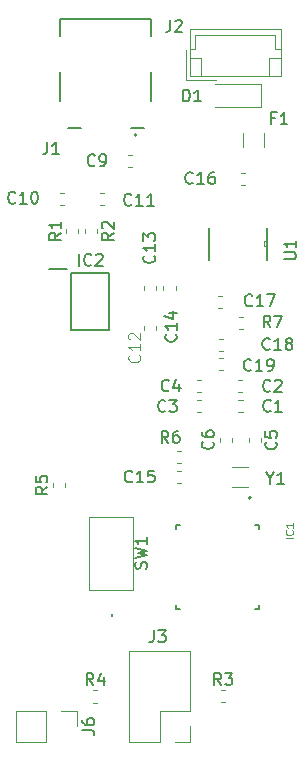
<source format=gbr>
G04 #@! TF.GenerationSoftware,KiCad,Pcbnew,(5.1.4)-1*
G04 #@! TF.CreationDate,2020-03-23T23:33:49-05:00*
G04 #@! TF.ProjectId,ExOneMicrorocessor,45784f6e-654d-4696-9372-6f726f636573,rev?*
G04 #@! TF.SameCoordinates,Original*
G04 #@! TF.FileFunction,Legend,Top*
G04 #@! TF.FilePolarity,Positive*
%FSLAX46Y46*%
G04 Gerber Fmt 4.6, Leading zero omitted, Abs format (unit mm)*
G04 Created by KiCad (PCBNEW (5.1.4)-1) date 2020-03-23 23:33:49*
%MOMM*%
%LPD*%
G04 APERTURE LIST*
%ADD10C,0.120000*%
%ADD11C,0.200000*%
%ADD12C,0.100000*%
%ADD13C,0.160000*%
%ADD14C,0.127000*%
%ADD15C,0.152400*%
%ADD16C,0.150000*%
%ADD17C,0.015000*%
G04 APERTURE END LIST*
D10*
X148065800Y-123612600D02*
X148065800Y-124942600D01*
X146735800Y-123612600D02*
X148065800Y-123612600D01*
X145465800Y-123612600D02*
X145465800Y-126272600D01*
X145465800Y-126272600D02*
X142865800Y-126272600D01*
X145465800Y-123612600D02*
X142865800Y-123612600D01*
X142865800Y-123612600D02*
X142865800Y-126272600D01*
D11*
X151026800Y-115512200D02*
G75*
G02X151026800Y-115612200I0J-50000D01*
G01*
X151026800Y-115612200D02*
G75*
G02X151026800Y-115512200I0J50000D01*
G01*
X151026800Y-115512200D02*
G75*
G02X151026800Y-115612200I0J-50000D01*
G01*
X151026800Y-115612200D02*
X151026800Y-115612200D01*
X151026800Y-115512200D02*
X151026800Y-115512200D01*
X151026800Y-115612200D02*
X151026800Y-115612200D01*
D12*
X152776800Y-113362200D02*
X149076800Y-113362200D01*
X152776800Y-107262200D02*
X152776800Y-113362200D01*
X149076800Y-107262200D02*
X152776800Y-107262200D01*
X149076800Y-113362200D02*
X149076800Y-107262200D01*
D13*
X153075200Y-74894900D02*
G75*
G03X153075200Y-74894900I-80000J0D01*
G01*
D14*
X146635200Y-65044900D02*
X146635200Y-66514900D01*
X154355200Y-65044900D02*
X146635200Y-65044900D01*
X154355200Y-66514900D02*
X154355200Y-65044900D01*
X148395200Y-74244900D02*
X147285200Y-74244900D01*
X153705200Y-74244900D02*
X152595200Y-74244900D01*
X146635200Y-69514900D02*
X146635200Y-71994900D01*
X154355200Y-69514900D02*
X154355200Y-71994900D01*
X163503960Y-107905200D02*
X163163960Y-107905200D01*
X156403960Y-107905200D02*
X156743960Y-107905200D01*
X163503960Y-115005200D02*
X163163960Y-115005200D01*
X156403960Y-115005200D02*
X156743960Y-115005200D01*
X163503960Y-107905200D02*
X163503960Y-108245200D01*
X156403960Y-107905200D02*
X156403960Y-108245200D01*
X163503960Y-115005200D02*
X163503960Y-114665200D01*
X156403960Y-115005200D02*
X156403960Y-114665200D01*
D11*
X162803960Y-105595200D02*
G75*
G03X162803960Y-105595200I-100000J0D01*
G01*
D10*
X161214440Y-102960200D02*
X162564440Y-102960200D01*
X161214440Y-104710200D02*
X162564440Y-104710200D01*
D12*
X164185600Y-84404200D02*
G75*
G02X164185600Y-83794600I0J304800D01*
G01*
D15*
X164185600Y-83794600D02*
X164185600Y-82727800D01*
X164185600Y-84404200D02*
X164185600Y-83794600D01*
X164185600Y-85471000D02*
X164185600Y-84404200D01*
X159207200Y-82727800D02*
X159207200Y-85471000D01*
D10*
X161765133Y-91276900D02*
X162107667Y-91276900D01*
X161765133Y-90256900D02*
X162107667Y-90256900D01*
X156484533Y-102643400D02*
X156827067Y-102643400D01*
X156484533Y-101623400D02*
X156827067Y-101623400D01*
X147042600Y-104666867D02*
X147042600Y-104324333D01*
X146022600Y-104666867D02*
X146022600Y-104324333D01*
X149443653Y-122927840D02*
X149786187Y-122927840D01*
X149443653Y-121907840D02*
X149786187Y-121907840D01*
X160266533Y-122922760D02*
X160609067Y-122922760D01*
X160266533Y-121902760D02*
X160609067Y-121902760D01*
X149747700Y-83165767D02*
X149747700Y-82823233D01*
X148727700Y-83165767D02*
X148727700Y-82823233D01*
X148185600Y-83164467D02*
X148185600Y-82821933D01*
X147165600Y-83164467D02*
X147165600Y-82821933D01*
X157654300Y-126285300D02*
X156324300Y-126285300D01*
X157654300Y-124955300D02*
X157654300Y-126285300D01*
X155054300Y-126285300D02*
X152454300Y-126285300D01*
X155054300Y-123685300D02*
X155054300Y-126285300D01*
X157654300Y-123685300D02*
X155054300Y-123685300D01*
X152454300Y-126285300D02*
X152454300Y-118545300D01*
X157654300Y-123685300D02*
X157654300Y-118545300D01*
X157654300Y-118545300D02*
X152454300Y-118545300D01*
X157289700Y-70199400D02*
X159789700Y-70199400D01*
X157289700Y-67699400D02*
X157289700Y-70199400D01*
X164309700Y-68399400D02*
X164309700Y-69899400D01*
X165309700Y-68399400D02*
X164309700Y-68399400D01*
X158589700Y-68399400D02*
X158589700Y-69899400D01*
X157589700Y-68399400D02*
X158589700Y-68399400D01*
X164809700Y-67589400D02*
X165309700Y-67589400D01*
X164809700Y-66379400D02*
X164809700Y-67589400D01*
X158089700Y-66379400D02*
X164809700Y-66379400D01*
X158089700Y-67589400D02*
X158089700Y-66379400D01*
X157589700Y-67589400D02*
X158089700Y-67589400D01*
X165309700Y-65879400D02*
X157589700Y-65879400D01*
X165309700Y-69899400D02*
X165309700Y-65879400D01*
X157589700Y-69899400D02*
X165309700Y-69899400D01*
X157589700Y-65879400D02*
X157589700Y-69899400D01*
D11*
X145699200Y-86186200D02*
X147224200Y-86186200D01*
X147574200Y-91427200D02*
X147574200Y-86525200D01*
X150774200Y-91427200D02*
X147574200Y-91427200D01*
X150774200Y-86525200D02*
X150774200Y-91427200D01*
X147574200Y-86525200D02*
X150774200Y-86525200D01*
D10*
X163914500Y-75898764D02*
X163914500Y-74694636D01*
X162094500Y-75898764D02*
X162094500Y-74694636D01*
X163604500Y-72526400D02*
X159704500Y-72526400D01*
X163604500Y-70526400D02*
X159704500Y-70526400D01*
X163604500Y-72526400D02*
X163604500Y-70526400D01*
X160051933Y-94756700D02*
X160394467Y-94756700D01*
X160051933Y-93736700D02*
X160394467Y-93736700D01*
X160040533Y-93143800D02*
X160383067Y-93143800D01*
X160040533Y-92123800D02*
X160383067Y-92123800D01*
X160013833Y-89498900D02*
X160356367Y-89498900D01*
X160013833Y-88478900D02*
X160356367Y-88478900D01*
X161970933Y-79110300D02*
X162313467Y-79110300D01*
X161970933Y-78090300D02*
X162313467Y-78090300D01*
X156484533Y-104319800D02*
X156827067Y-104319800D01*
X156484533Y-103299800D02*
X156827067Y-103299800D01*
X155382500Y-87623833D02*
X155382500Y-87966367D01*
X156402500Y-87623833D02*
X156402500Y-87966367D01*
X154713400Y-87965067D02*
X154713400Y-87622533D01*
X153693400Y-87965067D02*
X153693400Y-87622533D01*
X153693400Y-91064233D02*
X153693400Y-91406767D01*
X154713400Y-91064233D02*
X154713400Y-91406767D01*
X149992233Y-80824800D02*
X150334767Y-80824800D01*
X149992233Y-79804800D02*
X150334767Y-79804800D01*
X146931167Y-79804800D02*
X146588633Y-79804800D01*
X146931167Y-80824800D02*
X146588633Y-80824800D01*
X152382433Y-77560900D02*
X152724967Y-77560900D01*
X152382433Y-76540900D02*
X152724967Y-76540900D01*
X160129760Y-100563893D02*
X160129760Y-100906427D01*
X161149760Y-100563893D02*
X161149760Y-100906427D01*
X162629120Y-100558813D02*
X162629120Y-100901347D01*
X163649120Y-100558813D02*
X163649120Y-100901347D01*
X158252373Y-96654080D02*
X158594907Y-96654080D01*
X158252373Y-95634080D02*
X158594907Y-95634080D01*
X158247293Y-98366040D02*
X158589827Y-98366040D01*
X158247293Y-97346040D02*
X158589827Y-97346040D01*
X162069627Y-95644240D02*
X161727093Y-95644240D01*
X162069627Y-96664240D02*
X161727093Y-96664240D01*
X162072107Y-97340960D02*
X161729573Y-97340960D01*
X162072107Y-98360960D02*
X161729573Y-98360960D01*
D16*
X148518180Y-125275933D02*
X149232466Y-125275933D01*
X149375323Y-125323552D01*
X149470561Y-125418790D01*
X149518180Y-125561647D01*
X149518180Y-125656885D01*
X148518180Y-124371171D02*
X148518180Y-124561647D01*
X148565800Y-124656885D01*
X148613419Y-124704504D01*
X148756276Y-124799742D01*
X148946752Y-124847361D01*
X149327704Y-124847361D01*
X149422942Y-124799742D01*
X149470561Y-124752123D01*
X149518180Y-124656885D01*
X149518180Y-124466409D01*
X149470561Y-124371171D01*
X149422942Y-124323552D01*
X149327704Y-124275933D01*
X149089609Y-124275933D01*
X148994371Y-124323552D01*
X148946752Y-124371171D01*
X148899133Y-124466409D01*
X148899133Y-124656885D01*
X148946752Y-124752123D01*
X148994371Y-124799742D01*
X149089609Y-124847361D01*
X153922361Y-111594733D02*
X153969980Y-111451876D01*
X153969980Y-111213780D01*
X153922361Y-111118542D01*
X153874742Y-111070923D01*
X153779504Y-111023304D01*
X153684266Y-111023304D01*
X153589028Y-111070923D01*
X153541409Y-111118542D01*
X153493790Y-111213780D01*
X153446171Y-111404257D01*
X153398552Y-111499495D01*
X153350933Y-111547114D01*
X153255695Y-111594733D01*
X153160457Y-111594733D01*
X153065219Y-111547114D01*
X153017600Y-111499495D01*
X152969980Y-111404257D01*
X152969980Y-111166161D01*
X153017600Y-111023304D01*
X152969980Y-110689971D02*
X153969980Y-110451876D01*
X153255695Y-110261400D01*
X153969980Y-110070923D01*
X152969980Y-109832828D01*
X153969980Y-108928066D02*
X153969980Y-109499495D01*
X153969980Y-109213780D02*
X152969980Y-109213780D01*
X153112838Y-109309019D01*
X153208076Y-109404257D01*
X153255695Y-109499495D01*
X145526135Y-75499929D02*
X145526135Y-76214282D01*
X145478511Y-76357152D01*
X145383264Y-76452399D01*
X145240394Y-76500023D01*
X145145147Y-76500023D01*
X146526229Y-76500023D02*
X145954747Y-76500023D01*
X146240488Y-76500023D02*
X146240488Y-75499929D01*
X146145241Y-75642800D01*
X146049994Y-75738047D01*
X145954747Y-75785670D01*
D17*
X166364883Y-109031961D02*
X165724883Y-109031961D01*
X166303931Y-108361485D02*
X166334407Y-108391961D01*
X166364883Y-108483390D01*
X166364883Y-108544342D01*
X166334407Y-108635771D01*
X166273455Y-108696723D01*
X166212502Y-108727200D01*
X166090598Y-108757676D01*
X165999169Y-108757676D01*
X165877264Y-108727200D01*
X165816312Y-108696723D01*
X165755360Y-108635771D01*
X165724883Y-108544342D01*
X165724883Y-108483390D01*
X165755360Y-108391961D01*
X165785836Y-108361485D01*
X166364883Y-107751961D02*
X166364883Y-108117676D01*
X166364883Y-107934819D02*
X165724883Y-107934819D01*
X165816312Y-107995771D01*
X165877264Y-108056723D01*
X165907740Y-108117676D01*
D16*
X164395209Y-103938390D02*
X164395209Y-104414580D01*
X164061876Y-103414580D02*
X164395209Y-103938390D01*
X164728542Y-103414580D01*
X165585685Y-104414580D02*
X165014257Y-104414580D01*
X165299971Y-104414580D02*
X165299971Y-103414580D01*
X165204733Y-103557438D01*
X165109495Y-103652676D01*
X165014257Y-103700295D01*
X165580595Y-85396169D02*
X166390119Y-85396169D01*
X166485357Y-85348550D01*
X166532976Y-85300931D01*
X166580595Y-85205693D01*
X166580595Y-85015217D01*
X166532976Y-84919979D01*
X166485357Y-84872360D01*
X166390119Y-84824741D01*
X165580595Y-84824741D01*
X166580595Y-83824741D02*
X166580595Y-84396169D01*
X166580595Y-84110455D02*
X165580595Y-84110455D01*
X165723453Y-84205693D01*
X165818691Y-84300931D01*
X165866310Y-84396169D01*
X164438033Y-91168480D02*
X164104700Y-90692290D01*
X163866604Y-91168480D02*
X163866604Y-90168480D01*
X164247557Y-90168480D01*
X164342795Y-90216100D01*
X164390414Y-90263719D01*
X164438033Y-90358957D01*
X164438033Y-90501814D01*
X164390414Y-90597052D01*
X164342795Y-90644671D01*
X164247557Y-90692290D01*
X163866604Y-90692290D01*
X164771366Y-90168480D02*
X165438033Y-90168480D01*
X165009461Y-91168480D01*
X155789333Y-100934780D02*
X155456000Y-100458590D01*
X155217904Y-100934780D02*
X155217904Y-99934780D01*
X155598857Y-99934780D01*
X155694095Y-99982400D01*
X155741714Y-100030019D01*
X155789333Y-100125257D01*
X155789333Y-100268114D01*
X155741714Y-100363352D01*
X155694095Y-100410971D01*
X155598857Y-100458590D01*
X155217904Y-100458590D01*
X156646476Y-99934780D02*
X156456000Y-99934780D01*
X156360761Y-99982400D01*
X156313142Y-100030019D01*
X156217904Y-100172876D01*
X156170285Y-100363352D01*
X156170285Y-100744304D01*
X156217904Y-100839542D01*
X156265523Y-100887161D01*
X156360761Y-100934780D01*
X156551238Y-100934780D01*
X156646476Y-100887161D01*
X156694095Y-100839542D01*
X156741714Y-100744304D01*
X156741714Y-100506209D01*
X156694095Y-100410971D01*
X156646476Y-100363352D01*
X156551238Y-100315733D01*
X156360761Y-100315733D01*
X156265523Y-100363352D01*
X156217904Y-100410971D01*
X156170285Y-100506209D01*
X145554980Y-104662266D02*
X145078790Y-104995600D01*
X145554980Y-105233695D02*
X144554980Y-105233695D01*
X144554980Y-104852742D01*
X144602600Y-104757504D01*
X144650219Y-104709885D01*
X144745457Y-104662266D01*
X144888314Y-104662266D01*
X144983552Y-104709885D01*
X145031171Y-104757504D01*
X145078790Y-104852742D01*
X145078790Y-105233695D01*
X144554980Y-103757504D02*
X144554980Y-104233695D01*
X145031171Y-104281314D01*
X144983552Y-104233695D01*
X144935933Y-104138457D01*
X144935933Y-103900361D01*
X144983552Y-103805123D01*
X145031171Y-103757504D01*
X145126409Y-103709885D01*
X145364504Y-103709885D01*
X145459742Y-103757504D01*
X145507361Y-103805123D01*
X145554980Y-103900361D01*
X145554980Y-104138457D01*
X145507361Y-104233695D01*
X145459742Y-104281314D01*
X149448253Y-121440220D02*
X149114920Y-120964030D01*
X148876824Y-121440220D02*
X148876824Y-120440220D01*
X149257777Y-120440220D01*
X149353015Y-120487840D01*
X149400634Y-120535459D01*
X149448253Y-120630697D01*
X149448253Y-120773554D01*
X149400634Y-120868792D01*
X149353015Y-120916411D01*
X149257777Y-120964030D01*
X148876824Y-120964030D01*
X150305396Y-120773554D02*
X150305396Y-121440220D01*
X150067300Y-120392601D02*
X149829205Y-121106887D01*
X150448253Y-121106887D01*
X160271133Y-121435140D02*
X159937800Y-120958950D01*
X159699704Y-121435140D02*
X159699704Y-120435140D01*
X160080657Y-120435140D01*
X160175895Y-120482760D01*
X160223514Y-120530379D01*
X160271133Y-120625617D01*
X160271133Y-120768474D01*
X160223514Y-120863712D01*
X160175895Y-120911331D01*
X160080657Y-120958950D01*
X159699704Y-120958950D01*
X160604466Y-120435140D02*
X161223514Y-120435140D01*
X160890180Y-120816093D01*
X161033038Y-120816093D01*
X161128276Y-120863712D01*
X161175895Y-120911331D01*
X161223514Y-121006569D01*
X161223514Y-121244664D01*
X161175895Y-121339902D01*
X161128276Y-121387521D01*
X161033038Y-121435140D01*
X160747323Y-121435140D01*
X160652085Y-121387521D01*
X160604466Y-121339902D01*
X151163280Y-83161166D02*
X150687090Y-83494500D01*
X151163280Y-83732595D02*
X150163280Y-83732595D01*
X150163280Y-83351642D01*
X150210900Y-83256404D01*
X150258519Y-83208785D01*
X150353757Y-83161166D01*
X150496614Y-83161166D01*
X150591852Y-83208785D01*
X150639471Y-83256404D01*
X150687090Y-83351642D01*
X150687090Y-83732595D01*
X150258519Y-82780214D02*
X150210900Y-82732595D01*
X150163280Y-82637357D01*
X150163280Y-82399261D01*
X150210900Y-82304023D01*
X150258519Y-82256404D01*
X150353757Y-82208785D01*
X150448995Y-82208785D01*
X150591852Y-82256404D01*
X151163280Y-82827833D01*
X151163280Y-82208785D01*
X146697980Y-83159866D02*
X146221790Y-83493200D01*
X146697980Y-83731295D02*
X145697980Y-83731295D01*
X145697980Y-83350342D01*
X145745600Y-83255104D01*
X145793219Y-83207485D01*
X145888457Y-83159866D01*
X146031314Y-83159866D01*
X146126552Y-83207485D01*
X146174171Y-83255104D01*
X146221790Y-83350342D01*
X146221790Y-83731295D01*
X146697980Y-82207485D02*
X146697980Y-82778914D01*
X146697980Y-82493200D02*
X145697980Y-82493200D01*
X145840838Y-82588438D01*
X145936076Y-82683676D01*
X145983695Y-82778914D01*
X154555866Y-116825780D02*
X154555866Y-117540066D01*
X154508247Y-117682923D01*
X154413009Y-117778161D01*
X154270152Y-117825780D01*
X154174914Y-117825780D01*
X154936819Y-116825780D02*
X155555866Y-116825780D01*
X155222533Y-117206733D01*
X155365390Y-117206733D01*
X155460628Y-117254352D01*
X155508247Y-117301971D01*
X155555866Y-117397209D01*
X155555866Y-117635304D01*
X155508247Y-117730542D01*
X155460628Y-117778161D01*
X155365390Y-117825780D01*
X155079676Y-117825780D01*
X154984438Y-117778161D01*
X154936819Y-117730542D01*
X155952866Y-65136780D02*
X155952866Y-65851066D01*
X155905247Y-65993923D01*
X155810009Y-66089161D01*
X155667152Y-66136780D01*
X155571914Y-66136780D01*
X156381438Y-65232019D02*
X156429057Y-65184400D01*
X156524295Y-65136780D01*
X156762390Y-65136780D01*
X156857628Y-65184400D01*
X156905247Y-65232019D01*
X156952866Y-65327257D01*
X156952866Y-65422495D01*
X156905247Y-65565352D01*
X156333819Y-66136780D01*
X156952866Y-66136780D01*
X148238649Y-85938620D02*
X148238649Y-84938620D01*
X149286268Y-85843382D02*
X149238649Y-85891001D01*
X149095792Y-85938620D01*
X149000554Y-85938620D01*
X148857697Y-85891001D01*
X148762459Y-85795763D01*
X148714840Y-85700525D01*
X148667220Y-85510049D01*
X148667220Y-85367192D01*
X148714840Y-85176716D01*
X148762459Y-85081478D01*
X148857697Y-84986240D01*
X149000554Y-84938620D01*
X149095792Y-84938620D01*
X149238649Y-84986240D01*
X149286268Y-85033859D01*
X149667220Y-85033859D02*
X149714840Y-84986240D01*
X149810078Y-84938620D01*
X150048173Y-84938620D01*
X150143411Y-84986240D01*
X150191030Y-85033859D01*
X150238649Y-85129097D01*
X150238649Y-85224335D01*
X150191030Y-85367192D01*
X149619601Y-85938620D01*
X150238649Y-85938620D01*
X164830166Y-73432971D02*
X164496833Y-73432971D01*
X164496833Y-73956780D02*
X164496833Y-72956780D01*
X164973023Y-72956780D01*
X165877785Y-73956780D02*
X165306357Y-73956780D01*
X165592071Y-73956780D02*
X165592071Y-72956780D01*
X165496833Y-73099638D01*
X165401595Y-73194876D01*
X165306357Y-73242495D01*
X157034004Y-72029580D02*
X157034004Y-71029580D01*
X157272100Y-71029580D01*
X157414957Y-71077200D01*
X157510195Y-71172438D01*
X157557814Y-71267676D01*
X157605433Y-71458152D01*
X157605433Y-71601009D01*
X157557814Y-71791485D01*
X157510195Y-71886723D01*
X157414957Y-71981961D01*
X157272100Y-72029580D01*
X157034004Y-72029580D01*
X158557814Y-72029580D02*
X157986385Y-72029580D01*
X158272100Y-72029580D02*
X158272100Y-71029580D01*
X158176861Y-71172438D01*
X158081623Y-71267676D01*
X157986385Y-71315295D01*
X162793442Y-94756242D02*
X162745823Y-94803861D01*
X162602966Y-94851480D01*
X162507728Y-94851480D01*
X162364871Y-94803861D01*
X162269633Y-94708623D01*
X162222014Y-94613385D01*
X162174395Y-94422909D01*
X162174395Y-94280052D01*
X162222014Y-94089576D01*
X162269633Y-93994338D01*
X162364871Y-93899100D01*
X162507728Y-93851480D01*
X162602966Y-93851480D01*
X162745823Y-93899100D01*
X162793442Y-93946719D01*
X163745823Y-94851480D02*
X163174395Y-94851480D01*
X163460109Y-94851480D02*
X163460109Y-93851480D01*
X163364871Y-93994338D01*
X163269633Y-94089576D01*
X163174395Y-94137195D01*
X164222014Y-94851480D02*
X164412490Y-94851480D01*
X164507728Y-94803861D01*
X164555347Y-94756242D01*
X164650585Y-94613385D01*
X164698204Y-94422909D01*
X164698204Y-94041957D01*
X164650585Y-93946719D01*
X164602966Y-93899100D01*
X164507728Y-93851480D01*
X164317252Y-93851480D01*
X164222014Y-93899100D01*
X164174395Y-93946719D01*
X164126776Y-94041957D01*
X164126776Y-94280052D01*
X164174395Y-94375290D01*
X164222014Y-94422909D01*
X164317252Y-94470528D01*
X164507728Y-94470528D01*
X164602966Y-94422909D01*
X164650585Y-94375290D01*
X164698204Y-94280052D01*
X164380942Y-92965542D02*
X164333323Y-93013161D01*
X164190466Y-93060780D01*
X164095228Y-93060780D01*
X163952371Y-93013161D01*
X163857133Y-92917923D01*
X163809514Y-92822685D01*
X163761895Y-92632209D01*
X163761895Y-92489352D01*
X163809514Y-92298876D01*
X163857133Y-92203638D01*
X163952371Y-92108400D01*
X164095228Y-92060780D01*
X164190466Y-92060780D01*
X164333323Y-92108400D01*
X164380942Y-92156019D01*
X165333323Y-93060780D02*
X164761895Y-93060780D01*
X165047609Y-93060780D02*
X165047609Y-92060780D01*
X164952371Y-92203638D01*
X164857133Y-92298876D01*
X164761895Y-92346495D01*
X165904752Y-92489352D02*
X165809514Y-92441733D01*
X165761895Y-92394114D01*
X165714276Y-92298876D01*
X165714276Y-92251257D01*
X165761895Y-92156019D01*
X165809514Y-92108400D01*
X165904752Y-92060780D01*
X166095228Y-92060780D01*
X166190466Y-92108400D01*
X166238085Y-92156019D01*
X166285704Y-92251257D01*
X166285704Y-92298876D01*
X166238085Y-92394114D01*
X166190466Y-92441733D01*
X166095228Y-92489352D01*
X165904752Y-92489352D01*
X165809514Y-92536971D01*
X165761895Y-92584590D01*
X165714276Y-92679828D01*
X165714276Y-92870304D01*
X165761895Y-92965542D01*
X165809514Y-93013161D01*
X165904752Y-93060780D01*
X166095228Y-93060780D01*
X166190466Y-93013161D01*
X166238085Y-92965542D01*
X166285704Y-92870304D01*
X166285704Y-92679828D01*
X166238085Y-92584590D01*
X166190466Y-92536971D01*
X166095228Y-92489352D01*
X162882342Y-89282542D02*
X162834723Y-89330161D01*
X162691866Y-89377780D01*
X162596628Y-89377780D01*
X162453771Y-89330161D01*
X162358533Y-89234923D01*
X162310914Y-89139685D01*
X162263295Y-88949209D01*
X162263295Y-88806352D01*
X162310914Y-88615876D01*
X162358533Y-88520638D01*
X162453771Y-88425400D01*
X162596628Y-88377780D01*
X162691866Y-88377780D01*
X162834723Y-88425400D01*
X162882342Y-88473019D01*
X163834723Y-89377780D02*
X163263295Y-89377780D01*
X163549009Y-89377780D02*
X163549009Y-88377780D01*
X163453771Y-88520638D01*
X163358533Y-88615876D01*
X163263295Y-88663495D01*
X164168057Y-88377780D02*
X164834723Y-88377780D01*
X164406152Y-89377780D01*
X157853142Y-78919342D02*
X157805523Y-78966961D01*
X157662666Y-79014580D01*
X157567428Y-79014580D01*
X157424571Y-78966961D01*
X157329333Y-78871723D01*
X157281714Y-78776485D01*
X157234095Y-78586009D01*
X157234095Y-78443152D01*
X157281714Y-78252676D01*
X157329333Y-78157438D01*
X157424571Y-78062200D01*
X157567428Y-78014580D01*
X157662666Y-78014580D01*
X157805523Y-78062200D01*
X157853142Y-78109819D01*
X158805523Y-79014580D02*
X158234095Y-79014580D01*
X158519809Y-79014580D02*
X158519809Y-78014580D01*
X158424571Y-78157438D01*
X158329333Y-78252676D01*
X158234095Y-78300295D01*
X159662666Y-78014580D02*
X159472190Y-78014580D01*
X159376952Y-78062200D01*
X159329333Y-78109819D01*
X159234095Y-78252676D01*
X159186476Y-78443152D01*
X159186476Y-78824104D01*
X159234095Y-78919342D01*
X159281714Y-78966961D01*
X159376952Y-79014580D01*
X159567428Y-79014580D01*
X159662666Y-78966961D01*
X159710285Y-78919342D01*
X159757904Y-78824104D01*
X159757904Y-78586009D01*
X159710285Y-78490771D01*
X159662666Y-78443152D01*
X159567428Y-78395533D01*
X159376952Y-78395533D01*
X159281714Y-78443152D01*
X159234095Y-78490771D01*
X159186476Y-78586009D01*
X152722342Y-104192342D02*
X152674723Y-104239961D01*
X152531866Y-104287580D01*
X152436628Y-104287580D01*
X152293771Y-104239961D01*
X152198533Y-104144723D01*
X152150914Y-104049485D01*
X152103295Y-103859009D01*
X152103295Y-103716152D01*
X152150914Y-103525676D01*
X152198533Y-103430438D01*
X152293771Y-103335200D01*
X152436628Y-103287580D01*
X152531866Y-103287580D01*
X152674723Y-103335200D01*
X152722342Y-103382819D01*
X153674723Y-104287580D02*
X153103295Y-104287580D01*
X153389009Y-104287580D02*
X153389009Y-103287580D01*
X153293771Y-103430438D01*
X153198533Y-103525676D01*
X153103295Y-103573295D01*
X154579485Y-103287580D02*
X154103295Y-103287580D01*
X154055676Y-103763771D01*
X154103295Y-103716152D01*
X154198533Y-103668533D01*
X154436628Y-103668533D01*
X154531866Y-103716152D01*
X154579485Y-103763771D01*
X154627104Y-103859009D01*
X154627104Y-104097104D01*
X154579485Y-104192342D01*
X154531866Y-104239961D01*
X154436628Y-104287580D01*
X154198533Y-104287580D01*
X154103295Y-104239961D01*
X154055676Y-104192342D01*
X156414742Y-91752657D02*
X156462361Y-91800276D01*
X156509980Y-91943133D01*
X156509980Y-92038371D01*
X156462361Y-92181228D01*
X156367123Y-92276466D01*
X156271885Y-92324085D01*
X156081409Y-92371704D01*
X155938552Y-92371704D01*
X155748076Y-92324085D01*
X155652838Y-92276466D01*
X155557600Y-92181228D01*
X155509980Y-92038371D01*
X155509980Y-91943133D01*
X155557600Y-91800276D01*
X155605219Y-91752657D01*
X156509980Y-90800276D02*
X156509980Y-91371704D01*
X156509980Y-91085990D02*
X155509980Y-91085990D01*
X155652838Y-91181228D01*
X155748076Y-91276466D01*
X155795695Y-91371704D01*
X155843314Y-89943133D02*
X156509980Y-89943133D01*
X155462361Y-90181228D02*
X156176647Y-90419323D01*
X156176647Y-89800276D01*
X154573242Y-85097857D02*
X154620861Y-85145476D01*
X154668480Y-85288333D01*
X154668480Y-85383571D01*
X154620861Y-85526428D01*
X154525623Y-85621666D01*
X154430385Y-85669285D01*
X154239909Y-85716904D01*
X154097052Y-85716904D01*
X153906576Y-85669285D01*
X153811338Y-85621666D01*
X153716100Y-85526428D01*
X153668480Y-85383571D01*
X153668480Y-85288333D01*
X153716100Y-85145476D01*
X153763719Y-85097857D01*
X154668480Y-84145476D02*
X154668480Y-84716904D01*
X154668480Y-84431190D02*
X153668480Y-84431190D01*
X153811338Y-84526428D01*
X153906576Y-84621666D01*
X153954195Y-84716904D01*
X153668480Y-83812142D02*
X153668480Y-83193095D01*
X154049433Y-83526428D01*
X154049433Y-83383571D01*
X154097052Y-83288333D01*
X154144671Y-83240714D01*
X154239909Y-83193095D01*
X154478004Y-83193095D01*
X154573242Y-83240714D01*
X154620861Y-83288333D01*
X154668480Y-83383571D01*
X154668480Y-83669285D01*
X154620861Y-83764523D01*
X154573242Y-83812142D01*
D12*
X153315942Y-93505257D02*
X153363561Y-93552876D01*
X153411180Y-93695733D01*
X153411180Y-93790971D01*
X153363561Y-93933828D01*
X153268323Y-94029066D01*
X153173085Y-94076685D01*
X152982609Y-94124304D01*
X152839752Y-94124304D01*
X152649276Y-94076685D01*
X152554038Y-94029066D01*
X152458800Y-93933828D01*
X152411180Y-93790971D01*
X152411180Y-93695733D01*
X152458800Y-93552876D01*
X152506419Y-93505257D01*
X153411180Y-92552876D02*
X153411180Y-93124304D01*
X153411180Y-92838590D02*
X152411180Y-92838590D01*
X152554038Y-92933828D01*
X152649276Y-93029066D01*
X152696895Y-93124304D01*
X152506419Y-92171923D02*
X152458800Y-92124304D01*
X152411180Y-92029066D01*
X152411180Y-91790971D01*
X152458800Y-91695733D01*
X152506419Y-91648114D01*
X152601657Y-91600495D01*
X152696895Y-91600495D01*
X152839752Y-91648114D01*
X153411180Y-92219542D01*
X153411180Y-91600495D01*
D16*
X152666462Y-80758302D02*
X152618843Y-80805921D01*
X152475986Y-80853540D01*
X152380748Y-80853540D01*
X152237891Y-80805921D01*
X152142653Y-80710683D01*
X152095034Y-80615445D01*
X152047415Y-80424969D01*
X152047415Y-80282112D01*
X152095034Y-80091636D01*
X152142653Y-79996398D01*
X152237891Y-79901160D01*
X152380748Y-79853540D01*
X152475986Y-79853540D01*
X152618843Y-79901160D01*
X152666462Y-79948779D01*
X153618843Y-80853540D02*
X153047415Y-80853540D01*
X153333129Y-80853540D02*
X153333129Y-79853540D01*
X153237891Y-79996398D01*
X153142653Y-80091636D01*
X153047415Y-80139255D01*
X154571224Y-80853540D02*
X153999796Y-80853540D01*
X154285510Y-80853540D02*
X154285510Y-79853540D01*
X154190272Y-79996398D01*
X154095034Y-80091636D01*
X153999796Y-80139255D01*
X142846822Y-80585582D02*
X142799203Y-80633201D01*
X142656346Y-80680820D01*
X142561108Y-80680820D01*
X142418251Y-80633201D01*
X142323013Y-80537963D01*
X142275394Y-80442725D01*
X142227775Y-80252249D01*
X142227775Y-80109392D01*
X142275394Y-79918916D01*
X142323013Y-79823678D01*
X142418251Y-79728440D01*
X142561108Y-79680820D01*
X142656346Y-79680820D01*
X142799203Y-79728440D01*
X142846822Y-79776059D01*
X143799203Y-80680820D02*
X143227775Y-80680820D01*
X143513489Y-80680820D02*
X143513489Y-79680820D01*
X143418251Y-79823678D01*
X143323013Y-79918916D01*
X143227775Y-79966535D01*
X144418251Y-79680820D02*
X144513489Y-79680820D01*
X144608727Y-79728440D01*
X144656346Y-79776059D01*
X144703965Y-79871297D01*
X144751584Y-80061773D01*
X144751584Y-80299868D01*
X144703965Y-80490344D01*
X144656346Y-80585582D01*
X144608727Y-80633201D01*
X144513489Y-80680820D01*
X144418251Y-80680820D01*
X144323013Y-80633201D01*
X144275394Y-80585582D01*
X144227775Y-80490344D01*
X144180156Y-80299868D01*
X144180156Y-80061773D01*
X144227775Y-79871297D01*
X144275394Y-79776059D01*
X144323013Y-79728440D01*
X144418251Y-79680820D01*
X149568933Y-77425822D02*
X149521314Y-77473441D01*
X149378457Y-77521060D01*
X149283219Y-77521060D01*
X149140361Y-77473441D01*
X149045123Y-77378203D01*
X148997504Y-77282965D01*
X148949885Y-77092489D01*
X148949885Y-76949632D01*
X148997504Y-76759156D01*
X149045123Y-76663918D01*
X149140361Y-76568680D01*
X149283219Y-76521060D01*
X149378457Y-76521060D01*
X149521314Y-76568680D01*
X149568933Y-76616299D01*
X150045123Y-77521060D02*
X150235600Y-77521060D01*
X150330838Y-77473441D01*
X150378457Y-77425822D01*
X150473695Y-77282965D01*
X150521314Y-77092489D01*
X150521314Y-76711537D01*
X150473695Y-76616299D01*
X150426076Y-76568680D01*
X150330838Y-76521060D01*
X150140361Y-76521060D01*
X150045123Y-76568680D01*
X149997504Y-76616299D01*
X149949885Y-76711537D01*
X149949885Y-76949632D01*
X149997504Y-77044870D01*
X150045123Y-77092489D01*
X150140361Y-77140108D01*
X150330838Y-77140108D01*
X150426076Y-77092489D01*
X150473695Y-77044870D01*
X150521314Y-76949632D01*
X159538942Y-100847186D02*
X159586561Y-100894805D01*
X159634180Y-101037662D01*
X159634180Y-101132900D01*
X159586561Y-101275758D01*
X159491323Y-101370996D01*
X159396085Y-101418615D01*
X159205609Y-101466234D01*
X159062752Y-101466234D01*
X158872276Y-101418615D01*
X158777038Y-101370996D01*
X158681800Y-101275758D01*
X158634180Y-101132900D01*
X158634180Y-101037662D01*
X158681800Y-100894805D01*
X158729419Y-100847186D01*
X158634180Y-99990043D02*
X158634180Y-100180520D01*
X158681800Y-100275758D01*
X158729419Y-100323377D01*
X158872276Y-100418615D01*
X159062752Y-100466234D01*
X159443704Y-100466234D01*
X159538942Y-100418615D01*
X159586561Y-100370996D01*
X159634180Y-100275758D01*
X159634180Y-100085281D01*
X159586561Y-99990043D01*
X159538942Y-99942424D01*
X159443704Y-99894805D01*
X159205609Y-99894805D01*
X159110371Y-99942424D01*
X159062752Y-99990043D01*
X159015133Y-100085281D01*
X159015133Y-100275758D01*
X159062752Y-100370996D01*
X159110371Y-100418615D01*
X159205609Y-100466234D01*
X164893262Y-100877666D02*
X164940881Y-100925285D01*
X164988500Y-101068142D01*
X164988500Y-101163380D01*
X164940881Y-101306238D01*
X164845643Y-101401476D01*
X164750405Y-101449095D01*
X164559929Y-101496714D01*
X164417072Y-101496714D01*
X164226596Y-101449095D01*
X164131358Y-101401476D01*
X164036120Y-101306238D01*
X163988500Y-101163380D01*
X163988500Y-101068142D01*
X164036120Y-100925285D01*
X164083739Y-100877666D01*
X163988500Y-99972904D02*
X163988500Y-100449095D01*
X164464691Y-100496714D01*
X164417072Y-100449095D01*
X164369453Y-100353857D01*
X164369453Y-100115761D01*
X164417072Y-100020523D01*
X164464691Y-99972904D01*
X164559929Y-99925285D01*
X164798024Y-99925285D01*
X164893262Y-99972904D01*
X164940881Y-100020523D01*
X164988500Y-100115761D01*
X164988500Y-100353857D01*
X164940881Y-100449095D01*
X164893262Y-100496714D01*
X155840133Y-96496142D02*
X155792514Y-96543761D01*
X155649657Y-96591380D01*
X155554419Y-96591380D01*
X155411561Y-96543761D01*
X155316323Y-96448523D01*
X155268704Y-96353285D01*
X155221085Y-96162809D01*
X155221085Y-96019952D01*
X155268704Y-95829476D01*
X155316323Y-95734238D01*
X155411561Y-95639000D01*
X155554419Y-95591380D01*
X155649657Y-95591380D01*
X155792514Y-95639000D01*
X155840133Y-95686619D01*
X156697276Y-95924714D02*
X156697276Y-96591380D01*
X156459180Y-95543761D02*
X156221085Y-96258047D01*
X156840133Y-96258047D01*
X155545493Y-98218262D02*
X155497874Y-98265881D01*
X155355017Y-98313500D01*
X155259779Y-98313500D01*
X155116921Y-98265881D01*
X155021683Y-98170643D01*
X154974064Y-98075405D01*
X154926445Y-97884929D01*
X154926445Y-97742072D01*
X154974064Y-97551596D01*
X155021683Y-97456358D01*
X155116921Y-97361120D01*
X155259779Y-97313500D01*
X155355017Y-97313500D01*
X155497874Y-97361120D01*
X155545493Y-97408739D01*
X155878826Y-97313500D02*
X156497874Y-97313500D01*
X156164540Y-97694453D01*
X156307398Y-97694453D01*
X156402636Y-97742072D01*
X156450255Y-97789691D01*
X156497874Y-97884929D01*
X156497874Y-98123024D01*
X156450255Y-98218262D01*
X156402636Y-98265881D01*
X156307398Y-98313500D01*
X156021683Y-98313500D01*
X155926445Y-98265881D01*
X155878826Y-98218262D01*
X164435493Y-96511382D02*
X164387874Y-96559001D01*
X164245017Y-96606620D01*
X164149779Y-96606620D01*
X164006921Y-96559001D01*
X163911683Y-96463763D01*
X163864064Y-96368525D01*
X163816445Y-96178049D01*
X163816445Y-96035192D01*
X163864064Y-95844716D01*
X163911683Y-95749478D01*
X164006921Y-95654240D01*
X164149779Y-95606620D01*
X164245017Y-95606620D01*
X164387874Y-95654240D01*
X164435493Y-95701859D01*
X164816445Y-95701859D02*
X164864064Y-95654240D01*
X164959302Y-95606620D01*
X165197398Y-95606620D01*
X165292636Y-95654240D01*
X165340255Y-95701859D01*
X165387874Y-95797097D01*
X165387874Y-95892335D01*
X165340255Y-96035192D01*
X164768826Y-96606620D01*
X165387874Y-96606620D01*
X164450733Y-98208102D02*
X164403114Y-98255721D01*
X164260257Y-98303340D01*
X164165019Y-98303340D01*
X164022161Y-98255721D01*
X163926923Y-98160483D01*
X163879304Y-98065245D01*
X163831685Y-97874769D01*
X163831685Y-97731912D01*
X163879304Y-97541436D01*
X163926923Y-97446198D01*
X164022161Y-97350960D01*
X164165019Y-97303340D01*
X164260257Y-97303340D01*
X164403114Y-97350960D01*
X164450733Y-97398579D01*
X165403114Y-98303340D02*
X164831685Y-98303340D01*
X165117400Y-98303340D02*
X165117400Y-97303340D01*
X165022161Y-97446198D01*
X164926923Y-97541436D01*
X164831685Y-97589055D01*
M02*

</source>
